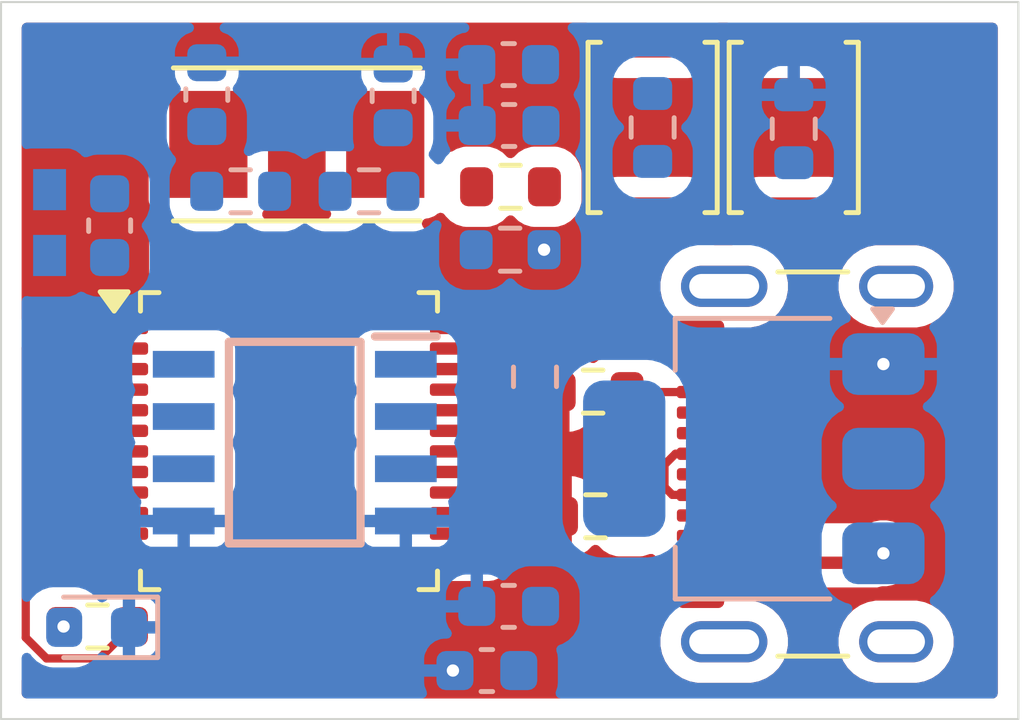
<source format=kicad_pcb>
(kicad_pcb (version 20241229) (generator "pcbnew") (generator_version "9.0")
  (layers (0 "F.Cu" signal) (2 "B.Cu" signal) (5 "F.SilkS" user "F.Silkscreen") (7 "B.SilkS" user "B.Silkscreen") (1 "F.Mask" user) (3 "B.Mask" user) (25 "Edge.Cuts" user))
  (net 0 "")
  (net 1 "3.3v")
  (net 2 "GND")
  (net 3 "5v")
  (net 4 "RCC_OSC_IN")
  (net 5 "RCC_OSC_OUT")
  (net 6 "Net-(D1-A)")
  (net 7 "SDA")
  (net 8 "PA1")
  (net 9 "SCL")
  (net 10 "PA0")
  (net 11 "Net-(J1-D--PadA7)")
  (net 12 "Net-(J1-D+-PadA6)")
  (net 14 "Net-(J1-CC2)")
  (net 15 "Net-(J1-CC1)")
  (net 17 "Net-(R1-Pad1)")
  (net 18 "Net-(R2-Pad2)")
  (net 19 "USB_DP")
  (net 20 "Net-(U1-PC13)")
  (net 21 "USB_DM")
  (net 22 "Net-(U1-NRST)")
  (net 23 "Net-(U1-BOOT0)")
  (net 24 "SCL2")
  (net 48 "SDA2")
  (footprint "Resistor_SMD:R_0603_1608Metric" (layer "F.Cu") (at 138.12238 98.69 180)
    (property "Reference" "R5" (hide yes))
    (property "Value" "R" (hide yes))
    (fp_line (start -0.237258 0.5225) (end 0.237258 0.5225) (stroke (width 0.12)) (layer "F.SilkS"))
    (fp_line (start -0.237258 -0.5225) (end 0.237258 -0.5225) (stroke (width 0.12)) (layer "F.SilkS"))
    (pad "1" smd roundrect (at -0.825 0 180) (size 0.8 0.95) (layers "F.Cu" "F.Mask" "F.Paste") (net 1 "3.3v"))
    (pad "2" smd roundrect (at 0.825 0 180) (size 0.8 0.95) (layers "F.Cu" "F.Mask" "F.Paste") (net 19 "USB_DP"))
  )
  (footprint "Button_Switch_SMD:SW_Push_SPST_NO_Alps_SKRK" (layer "F.Cu") (at 145.00738 97.248334 90)
    (property "Reference" "SW2" (hide yes))
    (property "Value" "SW_Push" (hide yes))
    (fp_line (start 2.07 -1.57) (end 2.07 -1.27) (stroke (width 0.12)) (layer "F.SilkS"))
    (fp_line (start -2.07 -1.57) (end 2.07 -1.57) (stroke (width 0.12)) (layer "F.SilkS"))
    (fp_line (start -2.07 -1.27) (end -2.07 -1.57) (stroke (width 0.12)) (layer "F.SilkS"))
    (fp_line (start 2.07 1.27) (end 2.07 1.57) (stroke (width 0.12)) (layer "F.SilkS"))
    (fp_line (start 2.07 1.57) (end -2.07 1.57) (stroke (width 0.12)) (layer "F.SilkS"))
    (fp_line (start -2.07 1.57) (end -2.07 1.27) (stroke (width 0.12)) (layer "F.SilkS"))
    (pad "1" smd roundrect (at -2.1 0 90) (size 0.8 2) (layers "F.Cu" "F.Mask" "F.Paste") (net 18 "Net-(R2-Pad2)"))
    (pad "2" smd roundrect (at 2.1 0 90) (size 0.8 2) (layers "F.Cu" "F.Mask" "F.Paste") (net 23 "Net-(U1-BOOT0)"))
  )
  (footprint "Button_Switch_SMD:SW_Push_SPST_NO_Alps_SKRK" (layer "F.Cu") (at 141.57738 97.248334 90)
    (property "Reference" "SW1" (hide yes))
    (property "Value" "SW_Push" (hide yes))
    (fp_line (start 2.07 -1.57) (end 2.07 -1.27) (stroke (width 0.12)) (layer "F.SilkS"))
    (fp_line (start -2.07 -1.57) (end 2.07 -1.57) (stroke (width 0.12)) (layer "F.SilkS"))
    (fp_line (start -2.07 -1.27) (end -2.07 -1.57) (stroke (width 0.12)) (layer "F.SilkS"))
    (fp_line (start 2.07 1.27) (end 2.07 1.57) (stroke (width 0.12)) (layer "F.SilkS"))
    (fp_line (start 2.07 1.57) (end -2.07 1.57) (stroke (width 0.12)) (layer "F.SilkS"))
    (fp_line (start -2.07 1.57) (end -2.07 1.27) (stroke (width 0.12)) (layer "F.SilkS"))
    (pad "1" smd roundrect (at -2.1 0 90) (size 0.8 2) (layers "F.Cu" "F.Mask" "F.Paste") (net 17 "Net-(R1-Pad1)"))
    (pad "2" smd roundrect (at 2.1 0 90) (size 0.8 2) (layers "F.Cu" "F.Mask" "F.Paste") (net 22 "Net-(U1-NRST)"))
  )
  (footprint "Resistor_SMD:R_0603_1608Metric" (layer "F.Cu") (at 140.13138 103.67 180)
    (property "Reference" "R7" (hide yes))
    (property "Value" "R" (hide yes))
    (fp_line (start -0.237258 0.5225) (end 0.237258 0.5225) (stroke (width 0.12)) (layer "F.SilkS"))
    (fp_line (start -0.237258 -0.5225) (end 0.237258 -0.5225) (stroke (width 0.12)) (layer "F.SilkS"))
    (pad "1" smd roundrect (at -0.825 0 180) (size 0.8 0.95) (layers "F.Cu" "F.Mask" "F.Paste") (net 14 "Net-(J1-CC2)"))
    (pad "2" smd roundrect (at 0.825 0 180) (size 0.8 0.95) (layers "F.Cu" "F.Mask" "F.Paste") (net 2 "GND"))
  )
  (footprint "Resistor_SMD:R_0603_1608Metric" (layer "F.Cu") (at 140.18738 106.7 180)
    (property "Reference" "R6" (hide yes))
    (property "Value" "R" (hide yes))
    (fp_line (start -0.237258 0.5225) (end 0.237258 0.5225) (stroke (width 0.12)) (layer "F.SilkS"))
    (fp_line (start -0.237258 -0.5225) (end 0.237258 -0.5225) (stroke (width 0.12)) (layer "F.SilkS"))
    (pad "1" smd roundrect (at -0.825 0 180) (size 0.8 0.95) (layers "F.Cu" "F.Mask" "F.Paste") (net 15 "Net-(J1-CC1)"))
    (pad "2" smd roundrect (at 0.825 0 180) (size 0.8 0.95) (layers "F.Cu" "F.Mask" "F.Paste") (net 2 "GND"))
  )
  (footprint "Connector_USB:USB_C_Receptacle_GCT_USB4105-xx-A_16P_TopMnt_Horizontal" (layer "F.Cu") (at 146.42138 105.43 90)
    (property "Reference" "J1" (hide yes))
    (property "Value" "USB_C_Receptacle_USB2.0_16P" (hide yes))
    (fp_line (start 4.67 -0.1) (end 4.67 -1.8) (stroke (width 0.12)) (layer "F.SilkS"))
    (fp_line (start -4.67 -0.1) (end -4.67 -1.8) (stroke (width 0.12)) (layer "F.SilkS"))
    (pad "A1" smd roundrect (at -3.2 -3.68 90) (size 0.6 1.15) (layers "F.Cu" "F.Mask" "F.Paste") (net 2 "GND"))
    (pad "A4" smd roundrect (at -2.4 -3.68 90) (size 0.6 1.15) (layers "F.Cu" "F.Mask" "F.Paste") (net 3 "5v"))
    (pad "A5" smd roundrect (at -1.25 -3.68 90) (size 0.3 1.15) (layers "F.Cu" "F.Mask" "F.Paste") (net 15 "Net-(J1-CC1)"))
    (pad "A6" smd roundrect (at -0.25 -3.68 90) (size 0.3 1.15) (layers "F.Cu" "F.Mask" "F.Paste") (net 12 "Net-(J1-D+-PadA6)"))
    (pad "A7" smd roundrect (at 0.25 -3.68 90) (size 0.3 1.15) (layers "F.Cu" "F.Mask" "F.Paste") (net 11 "Net-(J1-D--PadA7)"))
    (pad "A8" smd roundrect (at 1.25 -3.68 90) (size 0.3 1.15) (layers "F.Cu" "F.Mask" "F.Paste"))
    (pad "A9" smd roundrect (at 2.4 -3.68 90) (size 0.6 1.15) (layers "F.Cu" "F.Mask" "F.Paste") (net 3 "5v"))
    (pad "A12" smd roundrect (at 3.2 -3.68 90) (size 0.6 1.15) (layers "F.Cu" "F.Mask" "F.Paste") (net 2 "GND"))
    (pad "B1" smd roundrect (at 3.2 -3.68 90) (size 0.6 1.15) (layers "F.Cu" "F.Mask" "F.Paste") (net 2 "GND"))
    (pad "B4" smd roundrect (at 2.4 -3.68 90) (size 0.6 1.15) (layers "F.Cu" "F.Mask" "F.Paste") (net 3 "5v"))
    (pad "B5" smd roundrect (at 1.75 -3.68 90) (size 0.3 1.15) (layers "F.Cu" "F.Mask" "F.Paste") (net 14 "Net-(J1-CC2)"))
    (pad "B6" smd roundrect (at 0.75 -3.68 90) (size 0.3 1.15) (layers "F.Cu" "F.Mask" "F.Paste") (net 12 "Net-(J1-D+-PadA6)"))
    (pad "B7" smd roundrect (at -0.75 -3.68 90) (size 0.3 1.15) (layers "F.Cu" "F.Mask" "F.Paste") (net 11 "Net-(J1-D--PadA7)"))
    (pad "B8" smd roundrect (at -1.75 -3.68 90) (size 0.3 1.15) (layers "F.Cu" "F.Mask" "F.Paste"))
    (pad "B9" smd roundrect (at -2.4 -3.68 90) (size 0.6 1.15) (layers "F.Cu" "F.Mask" "F.Paste") (net 3 "5v"))
    (pad "B12" smd roundrect (at -3.2 -3.68 90) (size 0.6 1.15) (layers "F.Cu" "F.Mask" "F.Paste") (net 2 "GND"))
    (pad "S1" thru_hole oval (at -4.32 -3.105 90) (size 1 2.1) (drill oval 0.6 1.7) (property pad_prop_heatsink) (layers "*.Cu" "*.Mask" "F.Paste"))
    (pad "S1" thru_hole oval (at -4.32 1.075 90) (size 1 1.8) (drill oval 0.6 1.4) (property pad_prop_heatsink) (layers "*.Cu" "*.Mask" "F.Paste"))
    (pad "S1" thru_hole oval (at 4.32 -3.105 90) (size 1 2.1) (drill oval 0.6 1.7) (property pad_prop_heatsink) (layers "*.Cu" "*.Mask" "F.Paste"))
    (pad "S1" thru_hole oval (at 4.32 1.075 90) (size 1 1.8) (drill oval 0.6 1.4) (property pad_prop_heatsink) (layers "*.Cu" "*.Mask" "F.Paste"))
  )
  (footprint "Crystal:Crystal_SMD_Abracon_ABM7-2Pin_6.0x3.5mm" (layer "F.Cu") (at 132.92738 97.66)
    (property "Reference" "Y1" (hide yes))
    (property "Value" "Crystal")
    (fp_line (start -3 -1.86) (end 3 -1.86) (stroke (width 0.12)) (layer "F.SilkS"))
    (fp_line (start -3 1.86) (end 3 1.86) (stroke (width 0.12)) (layer "F.SilkS"))
    (pad "1" smd rect (at -2.15 0) (size 1.9 2.6) (layers "F.Cu" "F.Mask" "F.Paste") (net 4 "RCC_OSC_IN"))
    (pad "2" smd rect (at 2.15 0) (size 1.9 2.6) (layers "F.Cu" "F.Mask" "F.Paste") (net 5 "RCC_OSC_OUT"))
  )
  (footprint "Resistor_SMD:R_0603_1608Metric" (layer "F.Cu") (at 128.08238 109.38)
    (property "Reference" "R8" (hide yes))
    (property "Value" "R" (hide yes))
    (fp_line (start -0.237258 -0.5225) (end 0.237258 -0.5225) (stroke (width 0.12)) (layer "F.SilkS"))
    (fp_line (start -0.237258 0.5225) (end 0.237258 0.5225) (stroke (width 0.12)) (layer "F.SilkS"))
    (pad "1" smd roundrect (at -0.825 0) (size 0.8 0.95) (layers "F.Cu" "F.Mask" "F.Paste") (net 6 "Net-(D1-A)"))
    (pad "2" smd roundrect (at 0.825 0) (size 0.8 0.95) (layers "F.Cu" "F.Mask" "F.Paste") (net 20 "Net-(U1-PC13)"))
  )
  (footprint "Package_QFP:LQFP-48_7x7mm_P0.5mm" (layer "F.Cu") (at 132.73738 104.8725)
    (property "Reference" "U1" (hide yes))
    (property "Value" "STM32F103C8Tx" (hide yes))
    (fp_line (start -3.61 -3.61) (end -3.16 -3.61) (stroke (width 0.12)) (layer "F.SilkS"))
    (fp_line (start -3.61 -3.16) (end -3.61 -3.61) (stroke (width 0.12)) (layer "F.SilkS"))
    (fp_line (start -3.61 3.61) (end -3.61 3.16) (stroke (width 0.12)) (layer "F.SilkS"))
    (fp_line (start -3.16 3.61) (end -3.61 3.61) (stroke (width 0.12)) (layer "F.SilkS"))
    (fp_line (start 3.16 -3.61) (end 3.61 -3.61) (stroke (width 0.12)) (layer "F.SilkS"))
    (fp_line (start 3.61 -3.61) (end 3.61 -3.16) (stroke (width 0.12)) (layer "F.SilkS"))
    (fp_line (start 3.61 3.16) (end 3.61 3.61) (stroke (width 0.12)) (layer "F.SilkS"))
    (fp_line (start 3.61 3.61) (end 3.16 3.61) (stroke (width 0.12)) (layer "F.SilkS"))
    (fp_poly (pts (xy -4.25 -3.16) (xy -4.59 -3.63) (xy -3.91 -3.63)) (stroke (width 0.12)) (fill yes) (layer "F.SilkS"))
    (pad "1" smd roundrect (at -4.1625 -2.75) (size 1.475 0.3) (layers "F.Cu" "F.Mask" "F.Paste") (net 1 "3.3v"))
    (pad "2" smd roundrect (at -4.1625 -2.25) (size 1.475 0.3) (layers "F.Cu" "F.Mask" "F.Paste") (net 20 "Net-(U1-PC13)"))
    (pad "3" smd roundrect (at -4.1625 -1.75) (size 1.475 0.3) (layers "F.Cu" "F.Mask" "F.Paste"))
    (pad "4" smd roundrect (at -4.1625 -1.25) (size 1.475 0.3) (layers "F.Cu" "F.Mask" "F.Paste"))
    (pad "5" smd roundrect (at -4.1625 -0.75) (size 1.475 0.3) (layers "F.Cu" "F.Mask" "F.Paste") (net 4 "RCC_OSC_IN"))
    (pad "6" smd roundrect (at -4.1625 -0.25) (size 1.475 0.3) (layers "F.Cu" "F.Mask" "F.Paste") (net 5 "RCC_OSC_OUT"))
    (pad "7" smd roundrect (at -4.1625 0.25) (size 1.475 0.3) (layers "F.Cu" "F.Mask" "F.Paste") (net 22 "Net-(U1-NRST)"))
    (pad "8" smd roundrect (at -4.1625 0.75) (size 1.475 0.3) (layers "F.Cu" "F.Mask" "F.Paste") (net 2 "GND"))
    (pad "9" smd roundrect (at -4.1625 1.25) (size 1.475 0.3) (layers "F.Cu" "F.Mask" "F.Paste") (net 1 "3.3v"))
    (pad "10" smd roundrect (at -4.1625 1.75) (size 1.475 0.3) (layers "F.Cu" "F.Mask" "F.Paste") (net 10 "PA0"))
    (pad "11" smd roundrect (at -4.1625 2.25) (size 1.475 0.3) (layers "F.Cu" "F.Mask" "F.Paste") (net 8 "PA1"))
    (pad "12" smd roundrect (at -4.1625 2.75) (size 1.475 0.3) (layers "F.Cu" "F.Mask" "F.Paste"))
    (pad "13" smd roundrect (at -2.75 4.1625) (size 0.3 1.475) (layers "F.Cu" "F.Mask" "F.Paste"))
    (pad "14" smd roundrect (at -2.25 4.1625) (size 0.3 1.475) (layers "F.Cu" "F.Mask" "F.Paste"))
    (pad "15" smd roundrect (at -1.75 4.1625) (size 0.3 1.475) (layers "F.Cu" "F.Mask" "F.Paste"))
    (pad "16" smd roundrect (at -1.25 4.1625) (size 0.3 1.475) (layers "F.Cu" "F.Mask" "F.Paste"))
    (pad "17" smd roundrect (at -0.75 4.1625) (size 0.3 1.475) (layers "F.Cu" "F.Mask" "F.Paste"))
    (pad "18" smd roundrect (at -0.25 4.1625) (size 0.3 1.475) (layers "F.Cu" "F.Mask" "F.Paste"))
    (pad "19" smd roundrect (at 0.25 4.1625) (size 0.3 1.475) (layers "F.Cu" "F.Mask" "F.Paste"))
    (pad "20" smd roundrect (at 0.75 4.1625) (size 0.3 1.475) (layers "F.Cu" "F.Mask" "F.Paste"))
    (pad "21" smd roundrect (at 1.25 4.1625) (size 0.3 1.475) (layers "F.Cu" "F.Mask" "F.Paste") (net 24 "SCL2"))
    (pad "22" smd roundrect (at 1.75 4.1625) (size 0.3 1.475) (layers "F.Cu" "F.Mask" "F.Paste") (net 48 "SDA2"))
    (pad "23" smd roundrect (at 2.25 4.1625) (size 0.3 1.475) (layers "F.Cu" "F.Mask" "F.Paste") (net 2 "GND"))
    (pad "24" smd roundrect (at 2.75 4.1625) (size 0.3 1.475) (layers "F.Cu" "F.Mask" "F.Paste") (net 1 "3.3v"))
    (pad "25" smd roundrect (at 4.1625 2.75) (size 1.475 0.3) (layers "F.Cu" "F.Mask" "F.Paste"))
    (pad "26" smd roundrect (at 4.1625 2.25) (size 1.475 0.3) (layers "F.Cu" "F.Mask" "F.Paste"))
    (pad "27" smd roundrect (at 4.1625 1.75) (size 1.475 0.3) (layers "F.Cu" "F.Mask" "F.Paste"))
    (pad "28" smd roundrect (at 4.1625 1.25) (size 1.475 0.3) (layers "F.Cu" "F.Mask" "F.Paste"))
    (pad "29" smd roundrect (at 4.1625 0.75) (size 1.475 0.3) (layers "F.Cu" "F.Mask" "F.Paste"))
    (pad "30" smd roundrect (at 4.1625 0.25) (size 1.475 0.3) (layers "F.Cu" "F.Mask" "F.Paste"))
    (pad "31" smd roundrect (at 4.1625 -0.25) (size 1.475 0.3) (layers "F.Cu" "F.Mask" "F.Paste"))
    (pad "32" smd roundrect (at 4.1625 -0.75) (size 1.475 0.3) (layers "F.Cu" "F.Mask" "F.Paste"))
    (pad "33" smd roundrect (at 4.1625 -1.25) (size 1.475 0.3) (layers "F.Cu" "F.Mask" "F.Paste") (net 19 "USB_DP"))
    (pad "34" smd roundrect (at 4.1625 -1.75) (size 1.475 0.3) (layers "F.Cu" "F.Mask" "F.Paste") (net 21 "USB_DM"))
    (pad "35" smd roundrect (at 4.1625 -2.25) (size 1.475 0.3) (layers "F.Cu" "F.Mask" "F.Paste") (net 2 "GND"))
    (pad "36" smd roundrect (at 4.1625 -2.75) (size 1.475 0.3) (layers "F.Cu" "F.Mask" "F.Paste") (net 1 "3.3v"))
    (pad "37" smd roundrect (at 2.75 -4.1625) (size 0.3 1.475) (layers "F.Cu" "F.Mask" "F.Paste"))
    (pad "38" smd roundrect (at 2.25 -4.1625) (size 0.3 1.475) (layers "F.Cu" "F.Mask" "F.Paste"))
    (pad "39" smd roundrect (at 1.75 -4.1625) (size 0.3 1.475) (layers "F.Cu" "F.Mask" "F.Paste"))
    (pad "40" smd roundrect (at 1.25 -4.1625) (size 0.3 1.475) (layers "F.Cu" "F.Mask" "F.Paste"))
    (pad "41" smd roundrect (at 0.75 -4.1625) (size 0.3 1.475) (layers "F.Cu" "F.Mask" "F.Paste"))
    (pad "42" smd roundrect (at 0.25 -4.1625) (size 0.3 1.475) (layers "F.Cu" "F.Mask" "F.Paste") (net 9 "SCL"))
    (pad "43" smd roundrect (at -0.25 -4.1625) (size 0.3 1.475) (layers "F.Cu" "F.Mask" "F.Paste") (net 7 "SDA"))
    (pad "44" smd roundrect (at -0.75 -4.1625) (size 0.3 1.475) (layers "F.Cu" "F.Mask" "F.Paste") (net 23 "Net-(U1-BOOT0)"))
    (pad "45" smd roundrect (at -1.25 -4.1625) (size 0.3 1.475) (layers "F.Cu" "F.Mask" "F.Paste"))
    (pad "46" smd roundrect (at -1.75 -4.1625) (size 0.3 1.475) (layers "F.Cu" "F.Mask" "F.Paste"))
    (pad "47" smd roundrect (at -2.25 -4.1625) (size 0.3 1.475) (layers "F.Cu" "F.Mask" "F.Paste") (net 2 "GND"))
    (pad "48" smd roundrect (at -2.75 -4.1625) (size 0.3 1.475) (layers "F.Cu" "F.Mask" "F.Paste") (net 1 "3.3v"))
  )
  (footprint "Resistor_SMD:R_0603_1608Metric" (layer "B.Cu") (at 145.00738 97.28 -90)
    (property "Reference" "R2" (hide yes))
    (property "Value" "R" (hide yes))
    (fp_line (start -0.237258 0.5225) (end 0.237258 0.5225) (stroke (width 0.12)) (layer "B.SilkS"))
    (fp_line (start -0.237258 -0.5225) (end 0.237258 -0.5225) (stroke (width 0.12)) (layer "B.SilkS"))
    (pad "1" smd roundrect (at -0.825 0 270) (size 0.8 0.95) (layers "B.Cu" "B.Mask" "B.Paste") (net 2 "GND"))
    (pad "2" smd roundrect (at 0.825 0 270) (size 0.8 0.95) (layers "B.Cu" "B.Mask" "B.Paste") (net 18 "Net-(R2-Pad2)"))
  )
  (footprint "Resistor_SMD:R_0603_1608Metric" (layer "B.Cu") (at 134.68238 98.8 180)
    (property "Reference" "R4" (hide yes))
    (property "Value" "R" (hide yes))
    (fp_line (start -0.237258 0.5225) (end 0.237258 0.5225) (stroke (width 0.12)) (layer "B.SilkS"))
    (fp_line (start -0.237258 -0.5225) (end 0.237258 -0.5225) (stroke (width 0.12)) (layer "B.SilkS"))
    (pad "1" smd roundrect (at -0.825 0 180) (size 0.8 0.95) (layers "B.Cu" "B.Mask" "B.Paste") (net 1 "3.3v"))
    (pad "2" smd roundrect (at 0.825 0 180) (size 0.8 0.95) (layers "B.Cu" "B.Mask" "B.Paste") (net 7 "SDA"))
  )
  (footprint "Resistor_SMD:R_0603_1608Metric" (layer "B.Cu") (at 138.11238 100.22 180)
    (property "Reference" "R10" (hide yes))
    (property "Value" "R" (hide yes))
    (fp_line (start -0.237258 0.5225) (end 0.237258 0.5225) (stroke (width 0.12)) (layer "B.SilkS"))
    (fp_line (start -0.237258 -0.5225) (end 0.237258 -0.5225) (stroke (width 0.12)) (layer "B.SilkS"))
    (pad "1" smd roundrect (at -0.825 0 180) (size 0.8 0.95) (layers "B.Cu" "B.Mask" "B.Paste") (net 11 "Net-(J1-D--PadA7)"))
    (pad "2" smd roundrect (at 0.825 0 180) (size 0.8 0.95) (layers "B.Cu" "B.Mask" "B.Paste") (net 21 "USB_DM"))
  )
  (footprint "Resistor_SMD:R_0603_1608Metric" (layer "B.Cu") (at 138.71738 103.31 90)
    (property "Reference" "R9" (hide yes))
    (property "Value" "R" (hide yes))
    (fp_line (start -0.237258 -0.5225) (end 0.237258 -0.5225) (stroke (width 0.12)) (layer "B.SilkS"))
    (fp_line (start -0.237258 0.5225) (end 0.237258 0.5225) (stroke (width 0.12)) (layer "B.SilkS"))
    (pad "1" smd roundrect (at -0.825 0 90) (size 0.8 0.95) (layers "B.Cu" "B.Mask" "B.Paste") (net 12 "Net-(J1-D+-PadA6)"))
    (pad "2" smd roundrect (at 0.825 0 90) (size 0.8 0.95) (layers "B.Cu" "B.Mask" "B.Paste") (net 19 "USB_DP"))
  )
  (footprint "LED_SMD:LED_0603_1608Metric" (layer "B.Cu") (at 128.05988 109.4 180)
    (property "Reference" "D1" (hide yes))
    (property "Value" "LED" (hide yes))
    (fp_line (start 0.8 0.735) (end -1.485 0.735) (stroke (width 0.12)) (layer "B.SilkS"))
    (fp_line (start -1.485 0.735) (end -1.485 -0.735) (stroke (width 0.12)) (layer "B.SilkS"))
    (fp_line (start -1.485 -0.735) (end 0.8 -0.735) (stroke (width 0.12)) (layer "B.SilkS"))
    (pad "1" smd roundrect (at -0.7875 0 180) (size 0.875 0.95) (layers "B.Cu" "B.Mask" "B.Paste") (net 2 "GND"))
    (pad "2" smd roundrect (at 0.7875 0 180) (size 0.875 0.95) (layers "B.Cu" "B.Mask" "B.Paste") (net 6 "Net-(D1-A)"))
  )
  (footprint "Capacitor_SMD:C_0603_1608Metric" (layer "B.Cu") (at 138.08738 97.2)
    (property "Reference" "C3" (hide yes))
    (property "Value" "C" (hide yes))
    (fp_line (start -0.14058 -0.51) (end 0.14058 -0.51) (stroke (width 0.12)) (layer "B.SilkS"))
    (fp_line (start -0.14058 0.51) (end 0.14058 0.51) (stroke (width 0.12)) (layer "B.SilkS"))
    (pad "1" smd roundrect (at -0.775 0) (size 0.9 0.95) (layers "B.Cu" "B.Mask" "B.Paste") (net 2 "GND"))
    (pad "2" smd roundrect (at 0.775 0) (size 0.9 0.95) (layers "B.Cu" "B.Mask" "B.Paste") (net 1 "3.3v"))
  )
  (footprint "AS5600-ASOT:SOIC127P600X175-8N" (layer "B.Cu") (at 132.87738 104.91 180)
    (property "Reference" "IC1" (hide yes))
    (property "Value" "AS5600-ASOT" (hide yes))
    (fp_line (start 1.6 2.45) (end 1.6 -2.45) (stroke (width 0.2)) (layer "B.SilkS"))
    (fp_line (start 1.6 -2.45) (end -1.6 -2.45) (stroke (width 0.2)) (layer "B.SilkS"))
    (fp_line (start -1.6 2.45) (end 1.6 2.45) (stroke (width 0.2)) (layer "B.SilkS"))
    (fp_line (start -1.6 -2.45) (end -1.6 2.45) (stroke (width 0.2)) (layer "B.SilkS"))
    (fp_line (start -3.45 2.58) (end -1.95 2.58) (stroke (width 0.2)) (layer "B.SilkS"))
    (pad "1" smd rect (at -2.7 1.905 180) (size 1.5 0.65) (layers "B.Cu" "B.Mask" "B.Paste") (net 1 "3.3v"))
    (pad "2" smd rect (at -2.7 0.635 180) (size 1.5 0.65) (layers "B.Cu" "B.Mask" "B.Paste") (net 1 "3.3v"))
    (pad "3" smd rect (at -2.7 -0.635 180) (size 1.5 0.65) (layers "B.Cu" "B.Mask" "B.Paste") (net 8 "PA1"))
    (pad "4" smd rect (at -2.7 -1.905 180) (size 1.5 0.65) (layers "B.Cu" "B.Mask" "B.Paste") (net 2 "GND"))
    (pad "5" smd rect (at 2.7 -1.905 180) (size 1.5 0.65) (layers "B.Cu" "B.Mask" "B.Paste") (net 2 "GND"))
    (pad "6" smd rect (at 2.7 -0.635 180) (size 1.5 0.65) (layers "B.Cu" "B.Mask" "B.Paste") (net 7 "SDA"))
    (pad "7" smd rect (at 2.7 0.635 180) (size 1.5 0.65) (layers "B.Cu" "B.Mask" "B.Paste") (net 9 "SCL"))
    (pad "8" smd rect (at 2.7 1.905 180) (size 1.5 0.65) (layers "B.Cu" "B.Mask" "B.Paste") (net 10 "PA0"))
  )
  (footprint "Capacitor_SMD:C_0603_1608Metric" (layer "B.Cu") (at 137.54738 110.45 180)
    (property "Reference" "C5" (hide yes))
    (property "Value" "C" (hide yes))
    (fp_line (start -0.14058 0.51) (end 0.14058 0.51) (stroke (width 0.12)) (layer "B.SilkS"))
    (fp_line (start -0.14058 -0.51) (end 0.14058 -0.51) (stroke (width 0.12)) (layer "B.SilkS"))
    (pad "1" smd roundrect (at -0.775 0 180) (size 0.9 0.95) (layers "B.Cu" "B.Mask" "B.Paste") (net 1 "3.3v"))
    (pad "2" smd roundrect (at 0.775 0 180) (size 0.9 0.95) (layers "B.Cu" "B.Mask" "B.Paste") (net 2 "GND"))
  )
  (footprint "Resistor_SMD:R_0603_1608Metric" (layer "B.Cu") (at 131.56238 98.8)
    (property "Reference" "R3" (hide yes))
    (property "Value" "R" (hide yes))
    (fp_line (start -0.237258 -0.5225) (end 0.237258 -0.5225) (stroke (width 0.12)) (layer "B.SilkS"))
    (fp_line (start -0.237258 0.5225) (end 0.237258 0.5225) (stroke (width 0.12)) (layer "B.SilkS"))
    (pad "1" smd roundrect (at -0.825 0) (size 0.8 0.95) (layers "B.Cu" "B.Mask" "B.Paste") (net 1 "3.3v"))
    (pad "2" smd roundrect (at 0.825 0) (size 0.8 0.95) (layers "B.Cu" "B.Mask" "B.Paste") (net 9 "SCL"))
  )
  (footprint "Capacitor_SMD:C_0603_1608Metric" (layer "B.Cu") (at 128.37738 99.635 90)
    (property "Reference" "C1" (hide yes))
    (property "Value" "C" (hide yes))
    (fp_line (start -0.14058 -0.51) (end 0.14058 -0.51) (stroke (width 0.12)) (layer "B.SilkS"))
    (fp_line (start -0.14058 0.51) (end 0.14058 0.51) (stroke (width 0.12)) (layer "B.SilkS"))
    (pad "1" smd roundrect (at -0.775 0 90) (size 0.9 0.95) (layers "B.Cu" "B.Mask" "B.Paste") (net 1 "3.3v"))
    (pad "2" smd roundrect (at 0.775 0 90) (size 0.9 0.95) (layers "B.Cu" "B.Mask" "B.Paste") (net 1 "3.3v"))
  )
  (footprint "Capacitor_SMD:C_0603_1608Metric" (layer "B.Cu") (at 135.269284 96.48 90)
    (property "Reference" "C7" (hide yes))
    (property "Value" "C" (hide yes))
    (fp_line (start -0.14058 -0.51) (end 0.14058 -0.51) (stroke (width 0.12)) (layer "B.SilkS"))
    (fp_line (start -0.14058 0.51) (end 0.14058 0.51) (stroke (width 0.12)) (layer "B.SilkS"))
    (pad "1" smd roundrect (at -0.775 0 90) (size 0.9 0.95) (layers "B.Cu" "B.Mask" "B.Paste") (net 5 "RCC_OSC_OUT"))
    (pad "2" smd roundrect (at 0.775 0 90) (size 0.9 0.95) (layers "B.Cu" "B.Mask" "B.Paste") (net 2 "GND"))
  )
  (footprint "Resistor_SMD:R_0603_1608Metric" (layer "B.Cu") (at 141.57738 97.248334 90)
    (property "Reference" "R1" (hide yes))
    (property "Value" "R" (hide yes))
    (fp_line (start -0.237258 -0.5225) (end 0.237258 -0.5225) (stroke (width 0.12)) (layer "B.SilkS"))
    (fp_line (start -0.237258 0.5225) (end 0.237258 0.5225) (stroke (width 0.12)) (layer "B.SilkS"))
    (pad "1" smd roundrect (at -0.825 0 90) (size 0.8 0.95) (layers "B.Cu" "B.Mask" "B.Paste") (net 17 "Net-(R1-Pad1)"))
    (pad "2" smd roundrect (at 0.825 0 90) (size 0.8 0.95) (layers "B.Cu" "B.Mask" "B.Paste") (net 1 "3.3v"))
  )
  (footprint "Capacitor_SMD:C_0603_1608Metric" (layer "B.Cu") (at 130.739284 96.45 90)
    (property "Reference" "C6" (hide yes))
    (property "Value" "C" (hide yes))
    (fp_line (start -0.14058 -0.51) (end 0.14058 -0.51) (stroke (width 0.12)) (layer "B.SilkS"))
    (fp_line (start -0.14058 0.51) (end 0.14058 0.51) (stroke (width 0.12)) (layer "B.SilkS"))
    (pad "1" smd roundrect (at -0.775 0 90) (size 0.9 0.95) (layers "B.Cu" "B.Mask" "B.Paste") (net 4 "RCC_OSC_IN"))
    (pad "2" smd roundrect (at 0.775 0 90) (size 0.9 0.95) (layers "B.Cu" "B.Mask" "B.Paste") (net 2 "GND"))
  )
  (footprint "Capacitor_SMD:C_0603_1608Metric" (layer "B.Cu") (at 138.07738 108.89 180)
    (property "Reference" "C4" (hide yes))
    (property "Value" "C" (hide yes))
    (fp_line (start -0.14058 0.51) (end 0.14058 0.51) (stroke (width 0.12)) (layer "B.SilkS"))
    (fp_line (start -0.14058 -0.51) (end 0.14058 -0.51) (stroke (width 0.12)) (layer "B.SilkS"))
    (pad "1" smd roundrect (at -0.775 0 180) (size 0.9 0.95) (layers "B.Cu" "B.Mask" "B.Paste") (net 1 "3.3v"))
    (pad "2" smd roundrect (at 0.775 0 180) (size 0.9 0.95) (layers "B.Cu" "B.Mask" "B.Paste") (net 2 "GND"))
  )
  (footprint "0603_ferrite_chip:0603_ferrite_chip" (layer "B.Cu") (at 126.91738 99.56 -90)
    (property "Reference" "E1" (hide yes))
    (property "Value" "Ferrite-bead" (hide yes))
    (pad "1" smd rect (at -0.8 0 270) (size 1 0.8) (layers "B.Cu" "B.Mask" "B.Paste") (net 1 "3.3v"))
    (pad "2" smd rect (at 0.8 0 270) (size 1 0.8) (layers "B.Cu" "B.Mask" "B.Paste") (net 1 "3.3v"))
  )
  (footprint "Package_TO_SOT_SMD:SOT-223-3_TabPin2" (layer "B.Cu") (at 144.03638 105.3 180)
    (property "Reference" "U2" (hide yes))
    (property "Value" "AMS1117-3.3" (hide yes))
    (fp_line (start 1.91 3.41) (end 1.91 2.15) (stroke (width 0.12)) (layer "B.SilkS"))
    (fp_line (start 1.91 -3.41) (end 1.91 -2.15) (stroke (width 0.12)) (layer "B.SilkS"))
    (fp_line (start -1.85 3.41) (end 1.91 3.41) (stroke (width 0.12)) (layer "B.SilkS"))
    (fp_line (start -1.85 -3.41) (end 1.91 -3.41) (stroke (width 0.12)) (layer "B.SilkS"))
    (fp_poly (pts (xy -3.13 3.31) (xy -3.37 3.64) (xy -2.89 3.64) (xy -3.13 3.31)) (stroke (width 0.12)) (fill yes) (layer "B.SilkS"))
    (pad "1" smd roundrect (at -3.15 2.3 180) (size 2 1.5) (layers "B.Cu" "B.Mask" "B.Paste") (net 2 "GND"))
    (pad "2" smd roundrect (at -3.15 0 180) (size 2 1.5) (layers "B.Cu" "B.Mask" "B.Paste") (net 1 "3.3v"))
    (pad "2" smd roundrect (at 3.15 0 180) (size 2 3.8) (layers "B.Cu" "B.Mask" "B.Paste") (net 1 "3.3v"))
    (pad "3" smd roundrect (at -3.15 -2.3 180) (size 2 1.5) (layers "B.Cu" "B.Mask" "B.Paste") (net 3 "5v"))
  )
  (footprint "Capacitor_SMD:C_0603_1608Metric" (layer "B.Cu") (at 138.07738 95.72 180)
    (property "Reference" "C2" (hide yes))
    (property "Value" "C" (hide yes))
    (fp_line (start -0.14058 0.51) (end 0.14058 0.51) (stroke (width 0.12)) (layer "B.SilkS"))
    (fp_line (start -0.14058 -0.51) (end 0.14058 -0.51) (stroke (width 0.12)) (layer "B.SilkS"))
    (pad "1" smd roundrect (at -0.775 0 180) (size 0.9 0.95) (layers "B.Cu" "B.Mask" "B.Paste") (net 3 "5v"))
    (pad "2" smd roundrect (at 0.775 0 180) (size 0.9 0.95) (layers "B.Cu" "B.Mask" "B.Paste") (net 2 "GND"))
  )
  (gr_rect (start 125.73738 94.2) (end 150.46738 111.63) (stroke (width 0.05)) (fill no) (layer "Edge.Cuts"))
  (via (at 147.18638 103) (size 0.5) (drill 0.3) (layers "F.Cu" "B.Cu") (net 2))
  (via (at 136.72238 110.45) (size 0.5) (drill 0.3) (layers "F.Cu" "B.Cu") (net 2))
  (segment (start 144.56138 107.83) (end 146.95638 107.83) (width 0.3) (layer "F.Cu") (net 3))
  (segment (start 142.74138 107.83) (end 144.56138 107.83) (width 0.3) (layer "F.Cu") (net 3))
  (segment (start 146.95638 107.83) (end 147.18638 107.6) (width 0.3) (layer "F.Cu") (net 3))
  (segment (start 144.56138 103.03) (end 142.74138 103.03) (width 0.3) (layer "F.Cu") (net 3))
  (segment (start 144.56138 107.83) (end 144.56138 103.03) (width 0.3) (layer "F.Cu") (net 3))
  (via (at 147.18638 107.6) (size 0.6) (drill 0.3) (layers "F.Cu" "B.Cu") (net 3))
  (via (at 127.25738 109.38) (size 0.6) (drill 0.3) (layers "F.Cu" "B.Cu") (net 6))
  (segment (start 142.74138 105.18) (end 142.132556 105.18) (width 0.2) (layer "F.Cu") (net 11))
  (segment (start 141.86538 105.447176) (end 141.86538 105.989) (width 0.2) (layer "F.Cu") (net 11))
  (segment (start 142.05638 106.18) (end 142.74138 106.18) (width 0.2) (layer "F.Cu") (net 11))
  (segment (start 141.86538 105.989) (end 142.05638 106.18) (width 0.2) (layer "F.Cu") (net 11))
  (segment (start 142.132556 105.18) (end 141.86538 105.447176) (width 0.2) (layer "F.Cu") (net 11))
  (via (at 138.93738 100.22) (size 0.6) (drill 0.3) (layers "F.Cu" "B.Cu") (net 11))
  (segment (start 143.350204 105.68) (end 143.61738 105.412824) (width 0.2) (layer "F.Cu") (net 12))
  (segment (start 142.74138 105.68) (end 143.350204 105.68) (width 0.2) (layer "F.Cu") (net 12))
  (segment (start 143.61738 105.412824) (end 143.61738 104.947176) (width 0.2) (layer "F.Cu") (net 12))
  (segment (start 143.61738 104.947176) (end 143.350204 104.68) (width 0.2) (layer "F.Cu") (net 12))
  (segment (start 143.350204 104.68) (end 142.74138 104.68) (width 0.2) (layer "F.Cu") (net 12))
  (segment (start 140.96638 103.68) (end 140.95638 103.67) (width 0.2) (layer "F.Cu") (net 14))
  (segment (start 142.74138 103.68) (end 140.96638 103.68) (width 0.2) (layer "F.Cu") (net 14))
  (segment (start 126.33838 109.650064) (end 126.844316 110.156) (width 0.2) (layer "F.Cu") (net 20))
  (segment (start 128.57488 102.6225) (end 128.57238 102.62) (width 0.2) (layer "F.Cu") (net 20))
  (segment (start 126.844316 110.156) (end 128.13138 110.156) (width 0.2) (layer "F.Cu") (net 20))
  (segment (start 128.13138 110.156) (end 128.90738 109.38) (width 0.2) (layer "F.Cu") (net 20))
  (segment (start 126.33838 102.62) (end 126.33838 109.650064) (width 0.2) (layer "F.Cu") (net 20))
  (segment (start 128.57238 102.62) (end 126.33838 102.62) (width 0.2) (layer "F.Cu") (net 20))
  (zone (net 2) (net_name "GND") (layer "F.Cu") (priority 1) (connect_pads (clearance 0.5)) (min_thickness 0.25) (fill (thermal_gap 0.5) (thermal_bridge_width 0.5))
    (polygon (pts (xy 125.76738 94.26) (xy 125.76738 111.6) (xy 150.43738 111.6) (xy 150.38738 94.25)))
  )
  (zone (net 2) (net_name "GND") (layer "B.Cu") (connect_pads (clearance 0.5)) (min_thickness 0.25) (fill (thermal_gap 0.3) (thermal_bridge_width 0.3))
    (polygon (pts (xy 150.36738 94.15) (xy 125.76738 94.245879) (xy 125.76738 111.6) (xy 150.43738 111.6)))
  )
)
</source>
